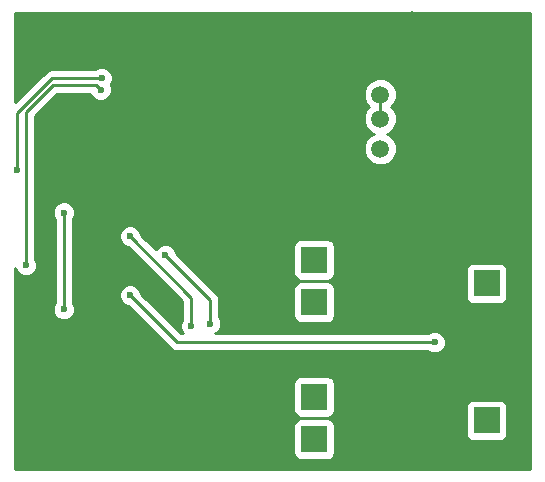
<source format=gbl>
G04 #@! TF.FileFunction,Copper,L2,Bot,Signal*
%FSLAX46Y46*%
G04 Gerber Fmt 4.6, Leading zero omitted, Abs format (unit mm)*
G04 Created by KiCad (PCBNEW (2015-06-20 BZR 5796, Git fe7bc27)-product) date 22.6.2015 5:54:44*
%MOMM*%
G01*
G04 APERTURE LIST*
%ADD10C,0.100000*%
%ADD11C,1.501140*%
%ADD12C,2.999740*%
%ADD13R,2.235200X2.235200*%
%ADD14C,0.600000*%
%ADD15C,0.250000*%
%ADD16C,0.254000*%
G04 APERTURE END LIST*
D10*
D11*
X131597880Y-65087140D03*
X131597880Y-67627140D03*
X131597880Y-69659140D03*
X131597880Y-72199140D03*
D12*
X134264880Y-62039140D03*
X134264880Y-75755140D03*
D13*
X126000000Y-81600000D03*
X126000000Y-85200000D03*
X140600000Y-83600000D03*
X126000000Y-93200000D03*
X126000000Y-96800000D03*
X140600000Y-95200000D03*
D14*
X111700000Y-91650000D03*
X118150000Y-69700000D03*
X123100000Y-69700000D03*
X100800000Y-74000000D03*
X108000000Y-66200000D03*
X101600000Y-82075000D03*
X107925000Y-67200000D03*
X136200000Y-88600000D03*
X110400000Y-84600000D03*
X115600000Y-87200000D03*
X110400000Y-79600000D03*
X117200000Y-87000000D03*
X113400000Y-81200000D03*
X104800000Y-85800000D03*
X104800000Y-77600000D03*
D15*
X113600000Y-89350000D02*
X113600000Y-89750000D01*
X113600000Y-89750000D02*
X111700000Y-91650000D01*
X123100000Y-69700000D02*
X118150000Y-69700000D01*
X100800000Y-69200000D02*
X100800000Y-74000000D01*
X103800000Y-66200000D02*
X100800000Y-69200000D01*
X108000000Y-66200000D02*
X103800000Y-66200000D01*
X101600000Y-69100000D02*
X101600000Y-82075000D01*
X103900000Y-66800000D02*
X101600000Y-69100000D01*
X107525000Y-66800000D02*
X103900000Y-66800000D01*
X107925000Y-67200000D02*
X107525000Y-66800000D01*
X131597880Y-69659140D02*
X131597880Y-67627140D01*
X114400000Y-88600000D02*
X136200000Y-88600000D01*
X110400000Y-84600000D02*
X114400000Y-88600000D01*
X115600000Y-84800000D02*
X115600000Y-87200000D01*
X110400000Y-79600000D02*
X115600000Y-84800000D01*
X117200000Y-85000000D02*
X117200000Y-87000000D01*
X113400000Y-81200000D02*
X117200000Y-85000000D01*
X104800000Y-85800000D02*
X104800000Y-77600000D01*
D16*
G36*
X144315000Y-99315000D02*
X144315000Y-99315000D01*
X100685000Y-99315000D01*
X100685000Y-95034960D01*
X124882400Y-95034960D01*
X124640277Y-95081937D01*
X124427473Y-95221727D01*
X124285023Y-95432760D01*
X124234960Y-95682400D01*
X124234960Y-97917600D01*
X124281937Y-98159723D01*
X124421727Y-98372527D01*
X124632760Y-98514977D01*
X124882400Y-98565040D01*
X127117600Y-98565040D01*
X127359723Y-98518063D01*
X127572527Y-98378273D01*
X127714977Y-98167240D01*
X127765040Y-97917600D01*
X127765040Y-95682400D01*
X127718063Y-95440277D01*
X127578273Y-95227473D01*
X127367240Y-95085023D01*
X127117600Y-95034960D01*
X124882400Y-95034960D01*
X100685000Y-95034960D01*
X100685000Y-91434960D01*
X124882400Y-91434960D01*
X124640277Y-91481937D01*
X124427473Y-91621727D01*
X124285023Y-91832760D01*
X124234960Y-92082400D01*
X124234960Y-94317600D01*
X124281937Y-94559723D01*
X124421727Y-94772527D01*
X124632760Y-94914977D01*
X124882400Y-94965040D01*
X127117600Y-94965040D01*
X127359723Y-94918063D01*
X127572527Y-94778273D01*
X127714977Y-94567240D01*
X127765040Y-94317600D01*
X127765040Y-93434960D01*
X139482400Y-93434960D01*
X139240277Y-93481937D01*
X139027473Y-93621727D01*
X138885023Y-93832760D01*
X138834960Y-94082400D01*
X138834960Y-96317600D01*
X138881937Y-96559723D01*
X139021727Y-96772527D01*
X139232760Y-96914977D01*
X139482400Y-96965040D01*
X141717600Y-96965040D01*
X141959723Y-96918063D01*
X142172527Y-96778273D01*
X142314977Y-96567240D01*
X142365040Y-96317600D01*
X142365040Y-94082400D01*
X142318063Y-93840277D01*
X142178273Y-93627473D01*
X141967240Y-93485023D01*
X141717600Y-93434960D01*
X139482400Y-93434960D01*
X127765040Y-93434960D01*
X127765040Y-92082400D01*
X127718063Y-91840277D01*
X127578273Y-91627473D01*
X127367240Y-91485023D01*
X127117600Y-91434960D01*
X124882400Y-91434960D01*
X100685000Y-91434960D01*
X100685000Y-82308963D01*
X100806883Y-82603943D01*
X101069673Y-82867192D01*
X101413201Y-83009838D01*
X101785167Y-83010162D01*
X102128943Y-82868117D01*
X102392192Y-82605327D01*
X102534838Y-82261799D01*
X102535162Y-81889833D01*
X102393117Y-81546057D01*
X102360000Y-81512882D01*
X102360000Y-76664838D01*
X104614833Y-76664838D01*
X104271057Y-76806883D01*
X104007808Y-77069673D01*
X103865162Y-77413201D01*
X103864838Y-77785167D01*
X104006883Y-78128943D01*
X104040000Y-78162118D01*
X104040000Y-85237537D01*
X104007808Y-85269673D01*
X103865162Y-85613201D01*
X103864838Y-85985167D01*
X104006883Y-86328943D01*
X104269673Y-86592192D01*
X104613201Y-86734838D01*
X104985167Y-86735162D01*
X105328943Y-86593117D01*
X105592192Y-86330327D01*
X105734838Y-85986799D01*
X105735162Y-85614833D01*
X105593117Y-85271057D01*
X105560000Y-85237882D01*
X105560000Y-78664838D01*
X110214833Y-78664838D01*
X109871057Y-78806883D01*
X109607808Y-79069673D01*
X109465162Y-79413201D01*
X109464838Y-79785167D01*
X109606883Y-80128943D01*
X109869673Y-80392192D01*
X110213201Y-80534838D01*
X110260077Y-80534879D01*
X114840000Y-85114802D01*
X114840000Y-86637537D01*
X114807808Y-86669673D01*
X114665162Y-87013201D01*
X114664838Y-87385167D01*
X114806883Y-87728943D01*
X114917746Y-87840000D01*
X114714802Y-87840000D01*
X111335122Y-84460320D01*
X111335162Y-84414833D01*
X111193117Y-84071057D01*
X110930327Y-83807808D01*
X110586799Y-83665162D01*
X110214833Y-83664838D01*
X109871057Y-83806883D01*
X109607808Y-84069673D01*
X109465162Y-84413201D01*
X109464838Y-84785167D01*
X109606883Y-85128943D01*
X109869673Y-85392192D01*
X110213201Y-85534838D01*
X110260077Y-85534879D01*
X113862599Y-89137401D01*
X114109160Y-89302148D01*
X114400000Y-89360000D01*
X135637537Y-89360000D01*
X135669673Y-89392192D01*
X136013201Y-89534838D01*
X136385167Y-89535162D01*
X136728943Y-89393117D01*
X136992192Y-89130327D01*
X137134838Y-88786799D01*
X137135162Y-88414833D01*
X136993117Y-88071057D01*
X136730327Y-87807808D01*
X136386799Y-87665162D01*
X136014833Y-87664838D01*
X135671057Y-87806883D01*
X135637882Y-87840000D01*
X117615477Y-87840000D01*
X117728943Y-87793117D01*
X117992192Y-87530327D01*
X118134838Y-87186799D01*
X118135162Y-86814833D01*
X117993117Y-86471057D01*
X117960000Y-86437882D01*
X117960000Y-85000000D01*
X117902148Y-84709161D01*
X117737401Y-84462599D01*
X116709762Y-83434960D01*
X124882400Y-83434960D01*
X124640277Y-83481937D01*
X124427473Y-83621727D01*
X124285023Y-83832760D01*
X124234960Y-84082400D01*
X124234960Y-86317600D01*
X124281937Y-86559723D01*
X124421727Y-86772527D01*
X124632760Y-86914977D01*
X124882400Y-86965040D01*
X127117600Y-86965040D01*
X127359723Y-86918063D01*
X127572527Y-86778273D01*
X127714977Y-86567240D01*
X127765040Y-86317600D01*
X127765040Y-84082400D01*
X127718063Y-83840277D01*
X127578273Y-83627473D01*
X127367240Y-83485023D01*
X127117600Y-83434960D01*
X124882400Y-83434960D01*
X116709762Y-83434960D01*
X114335122Y-81060320D01*
X114335162Y-81014833D01*
X114193117Y-80671057D01*
X113930327Y-80407808D01*
X113586799Y-80265162D01*
X113214833Y-80264838D01*
X112871057Y-80406883D01*
X112607808Y-80669673D01*
X112589226Y-80714424D01*
X111709762Y-79834960D01*
X124882400Y-79834960D01*
X124640277Y-79881937D01*
X124427473Y-80021727D01*
X124285023Y-80232760D01*
X124234960Y-80482400D01*
X124234960Y-82717600D01*
X124281937Y-82959723D01*
X124421727Y-83172527D01*
X124632760Y-83314977D01*
X124882400Y-83365040D01*
X127117600Y-83365040D01*
X127359723Y-83318063D01*
X127572527Y-83178273D01*
X127714977Y-82967240D01*
X127765040Y-82717600D01*
X127765040Y-81834960D01*
X139482400Y-81834960D01*
X139240277Y-81881937D01*
X139027473Y-82021727D01*
X138885023Y-82232760D01*
X138834960Y-82482400D01*
X138834960Y-84717600D01*
X138881937Y-84959723D01*
X139021727Y-85172527D01*
X139232760Y-85314977D01*
X139482400Y-85365040D01*
X141717600Y-85365040D01*
X141959723Y-85318063D01*
X142172527Y-85178273D01*
X142314977Y-84967240D01*
X142365040Y-84717600D01*
X142365040Y-82482400D01*
X142318063Y-82240277D01*
X142178273Y-82027473D01*
X141967240Y-81885023D01*
X141717600Y-81834960D01*
X139482400Y-81834960D01*
X127765040Y-81834960D01*
X127765040Y-80482400D01*
X127718063Y-80240277D01*
X127578273Y-80027473D01*
X127367240Y-79885023D01*
X127117600Y-79834960D01*
X124882400Y-79834960D01*
X111709762Y-79834960D01*
X111335122Y-79460320D01*
X111335162Y-79414833D01*
X111193117Y-79071057D01*
X110930327Y-78807808D01*
X110586799Y-78665162D01*
X110214833Y-78664838D01*
X105560000Y-78664838D01*
X105560000Y-78162463D01*
X105592192Y-78130327D01*
X105734838Y-77786799D01*
X105735162Y-77414833D01*
X105593117Y-77071057D01*
X105330327Y-76807808D01*
X104986799Y-76665162D01*
X104614833Y-76664838D01*
X102360000Y-76664838D01*
X102360000Y-69414802D01*
X104214802Y-67560000D01*
X107062077Y-67560000D01*
X107131883Y-67728943D01*
X107394673Y-67992192D01*
X107738201Y-68134838D01*
X108110167Y-68135162D01*
X108453943Y-67993117D01*
X108717192Y-67730327D01*
X108859838Y-67386799D01*
X108860162Y-67014833D01*
X108757087Y-66765371D01*
X108792192Y-66730327D01*
X108934838Y-66386799D01*
X108934964Y-66241330D01*
X131323482Y-66241330D01*
X130814043Y-66451826D01*
X130423936Y-66841253D01*
X130212551Y-67350324D01*
X130212070Y-67901538D01*
X130422566Y-68410977D01*
X130654387Y-68643203D01*
X130423936Y-68873253D01*
X130212551Y-69382324D01*
X130212070Y-69933538D01*
X130422566Y-70442977D01*
X130811993Y-70833084D01*
X131043261Y-70929115D01*
X130814043Y-71023826D01*
X130423936Y-71413253D01*
X130212551Y-71922324D01*
X130212070Y-72473538D01*
X130422566Y-72982977D01*
X130811993Y-73373084D01*
X131321064Y-73584469D01*
X131872278Y-73584950D01*
X132381717Y-73374454D01*
X132771824Y-72985027D01*
X132983209Y-72475956D01*
X132983690Y-71924742D01*
X132773194Y-71415303D01*
X132383767Y-71025196D01*
X132152499Y-70929165D01*
X132381717Y-70834454D01*
X132771824Y-70445027D01*
X132983209Y-69935956D01*
X132983690Y-69384742D01*
X132773194Y-68875303D01*
X132541373Y-68643077D01*
X132771824Y-68413027D01*
X132983209Y-67903956D01*
X132983690Y-67352742D01*
X132773194Y-66843303D01*
X132383767Y-66453196D01*
X131874696Y-66241811D01*
X131323482Y-66241330D01*
X108934964Y-66241330D01*
X108935162Y-66014833D01*
X108793117Y-65671057D01*
X108530327Y-65407808D01*
X108186799Y-65265162D01*
X107814833Y-65264838D01*
X107471057Y-65406883D01*
X107437882Y-65440000D01*
X103800000Y-65440000D01*
X103509161Y-65497852D01*
X103262599Y-65662599D01*
X100685000Y-68240198D01*
X100685000Y-60685000D01*
X144315000Y-60685000D01*
X144315000Y-99315000D01*
X144315000Y-99315000D01*
G37*
X144315000Y-99315000D02*
X144315000Y-99315000D01*
X100685000Y-99315000D01*
X100685000Y-95034960D01*
X124882400Y-95034960D01*
X124640277Y-95081937D01*
X124427473Y-95221727D01*
X124285023Y-95432760D01*
X124234960Y-95682400D01*
X124234960Y-97917600D01*
X124281937Y-98159723D01*
X124421727Y-98372527D01*
X124632760Y-98514977D01*
X124882400Y-98565040D01*
X127117600Y-98565040D01*
X127359723Y-98518063D01*
X127572527Y-98378273D01*
X127714977Y-98167240D01*
X127765040Y-97917600D01*
X127765040Y-95682400D01*
X127718063Y-95440277D01*
X127578273Y-95227473D01*
X127367240Y-95085023D01*
X127117600Y-95034960D01*
X124882400Y-95034960D01*
X100685000Y-95034960D01*
X100685000Y-91434960D01*
X124882400Y-91434960D01*
X124640277Y-91481937D01*
X124427473Y-91621727D01*
X124285023Y-91832760D01*
X124234960Y-92082400D01*
X124234960Y-94317600D01*
X124281937Y-94559723D01*
X124421727Y-94772527D01*
X124632760Y-94914977D01*
X124882400Y-94965040D01*
X127117600Y-94965040D01*
X127359723Y-94918063D01*
X127572527Y-94778273D01*
X127714977Y-94567240D01*
X127765040Y-94317600D01*
X127765040Y-93434960D01*
X139482400Y-93434960D01*
X139240277Y-93481937D01*
X139027473Y-93621727D01*
X138885023Y-93832760D01*
X138834960Y-94082400D01*
X138834960Y-96317600D01*
X138881937Y-96559723D01*
X139021727Y-96772527D01*
X139232760Y-96914977D01*
X139482400Y-96965040D01*
X141717600Y-96965040D01*
X141959723Y-96918063D01*
X142172527Y-96778273D01*
X142314977Y-96567240D01*
X142365040Y-96317600D01*
X142365040Y-94082400D01*
X142318063Y-93840277D01*
X142178273Y-93627473D01*
X141967240Y-93485023D01*
X141717600Y-93434960D01*
X139482400Y-93434960D01*
X127765040Y-93434960D01*
X127765040Y-92082400D01*
X127718063Y-91840277D01*
X127578273Y-91627473D01*
X127367240Y-91485023D01*
X127117600Y-91434960D01*
X124882400Y-91434960D01*
X100685000Y-91434960D01*
X100685000Y-82308963D01*
X100806883Y-82603943D01*
X101069673Y-82867192D01*
X101413201Y-83009838D01*
X101785167Y-83010162D01*
X102128943Y-82868117D01*
X102392192Y-82605327D01*
X102534838Y-82261799D01*
X102535162Y-81889833D01*
X102393117Y-81546057D01*
X102360000Y-81512882D01*
X102360000Y-76664838D01*
X104614833Y-76664838D01*
X104271057Y-76806883D01*
X104007808Y-77069673D01*
X103865162Y-77413201D01*
X103864838Y-77785167D01*
X104006883Y-78128943D01*
X104040000Y-78162118D01*
X104040000Y-85237537D01*
X104007808Y-85269673D01*
X103865162Y-85613201D01*
X103864838Y-85985167D01*
X104006883Y-86328943D01*
X104269673Y-86592192D01*
X104613201Y-86734838D01*
X104985167Y-86735162D01*
X105328943Y-86593117D01*
X105592192Y-86330327D01*
X105734838Y-85986799D01*
X105735162Y-85614833D01*
X105593117Y-85271057D01*
X105560000Y-85237882D01*
X105560000Y-78664838D01*
X110214833Y-78664838D01*
X109871057Y-78806883D01*
X109607808Y-79069673D01*
X109465162Y-79413201D01*
X109464838Y-79785167D01*
X109606883Y-80128943D01*
X109869673Y-80392192D01*
X110213201Y-80534838D01*
X110260077Y-80534879D01*
X114840000Y-85114802D01*
X114840000Y-86637537D01*
X114807808Y-86669673D01*
X114665162Y-87013201D01*
X114664838Y-87385167D01*
X114806883Y-87728943D01*
X114917746Y-87840000D01*
X114714802Y-87840000D01*
X111335122Y-84460320D01*
X111335162Y-84414833D01*
X111193117Y-84071057D01*
X110930327Y-83807808D01*
X110586799Y-83665162D01*
X110214833Y-83664838D01*
X109871057Y-83806883D01*
X109607808Y-84069673D01*
X109465162Y-84413201D01*
X109464838Y-84785167D01*
X109606883Y-85128943D01*
X109869673Y-85392192D01*
X110213201Y-85534838D01*
X110260077Y-85534879D01*
X113862599Y-89137401D01*
X114109160Y-89302148D01*
X114400000Y-89360000D01*
X135637537Y-89360000D01*
X135669673Y-89392192D01*
X136013201Y-89534838D01*
X136385167Y-89535162D01*
X136728943Y-89393117D01*
X136992192Y-89130327D01*
X137134838Y-88786799D01*
X137135162Y-88414833D01*
X136993117Y-88071057D01*
X136730327Y-87807808D01*
X136386799Y-87665162D01*
X136014833Y-87664838D01*
X135671057Y-87806883D01*
X135637882Y-87840000D01*
X117615477Y-87840000D01*
X117728943Y-87793117D01*
X117992192Y-87530327D01*
X118134838Y-87186799D01*
X118135162Y-86814833D01*
X117993117Y-86471057D01*
X117960000Y-86437882D01*
X117960000Y-85000000D01*
X117902148Y-84709161D01*
X117737401Y-84462599D01*
X116709762Y-83434960D01*
X124882400Y-83434960D01*
X124640277Y-83481937D01*
X124427473Y-83621727D01*
X124285023Y-83832760D01*
X124234960Y-84082400D01*
X124234960Y-86317600D01*
X124281937Y-86559723D01*
X124421727Y-86772527D01*
X124632760Y-86914977D01*
X124882400Y-86965040D01*
X127117600Y-86965040D01*
X127359723Y-86918063D01*
X127572527Y-86778273D01*
X127714977Y-86567240D01*
X127765040Y-86317600D01*
X127765040Y-84082400D01*
X127718063Y-83840277D01*
X127578273Y-83627473D01*
X127367240Y-83485023D01*
X127117600Y-83434960D01*
X124882400Y-83434960D01*
X116709762Y-83434960D01*
X114335122Y-81060320D01*
X114335162Y-81014833D01*
X114193117Y-80671057D01*
X113930327Y-80407808D01*
X113586799Y-80265162D01*
X113214833Y-80264838D01*
X112871057Y-80406883D01*
X112607808Y-80669673D01*
X112589226Y-80714424D01*
X111709762Y-79834960D01*
X124882400Y-79834960D01*
X124640277Y-79881937D01*
X124427473Y-80021727D01*
X124285023Y-80232760D01*
X124234960Y-80482400D01*
X124234960Y-82717600D01*
X124281937Y-82959723D01*
X124421727Y-83172527D01*
X124632760Y-83314977D01*
X124882400Y-83365040D01*
X127117600Y-83365040D01*
X127359723Y-83318063D01*
X127572527Y-83178273D01*
X127714977Y-82967240D01*
X127765040Y-82717600D01*
X127765040Y-81834960D01*
X139482400Y-81834960D01*
X139240277Y-81881937D01*
X139027473Y-82021727D01*
X138885023Y-82232760D01*
X138834960Y-82482400D01*
X138834960Y-84717600D01*
X138881937Y-84959723D01*
X139021727Y-85172527D01*
X139232760Y-85314977D01*
X139482400Y-85365040D01*
X141717600Y-85365040D01*
X141959723Y-85318063D01*
X142172527Y-85178273D01*
X142314977Y-84967240D01*
X142365040Y-84717600D01*
X142365040Y-82482400D01*
X142318063Y-82240277D01*
X142178273Y-82027473D01*
X141967240Y-81885023D01*
X141717600Y-81834960D01*
X139482400Y-81834960D01*
X127765040Y-81834960D01*
X127765040Y-80482400D01*
X127718063Y-80240277D01*
X127578273Y-80027473D01*
X127367240Y-79885023D01*
X127117600Y-79834960D01*
X124882400Y-79834960D01*
X111709762Y-79834960D01*
X111335122Y-79460320D01*
X111335162Y-79414833D01*
X111193117Y-79071057D01*
X110930327Y-78807808D01*
X110586799Y-78665162D01*
X110214833Y-78664838D01*
X105560000Y-78664838D01*
X105560000Y-78162463D01*
X105592192Y-78130327D01*
X105734838Y-77786799D01*
X105735162Y-77414833D01*
X105593117Y-77071057D01*
X105330327Y-76807808D01*
X104986799Y-76665162D01*
X104614833Y-76664838D01*
X102360000Y-76664838D01*
X102360000Y-69414802D01*
X104214802Y-67560000D01*
X107062077Y-67560000D01*
X107131883Y-67728943D01*
X107394673Y-67992192D01*
X107738201Y-68134838D01*
X108110167Y-68135162D01*
X108453943Y-67993117D01*
X108717192Y-67730327D01*
X108859838Y-67386799D01*
X108860162Y-67014833D01*
X108757087Y-66765371D01*
X108792192Y-66730327D01*
X108934838Y-66386799D01*
X108934964Y-66241330D01*
X131323482Y-66241330D01*
X130814043Y-66451826D01*
X130423936Y-66841253D01*
X130212551Y-67350324D01*
X130212070Y-67901538D01*
X130422566Y-68410977D01*
X130654387Y-68643203D01*
X130423936Y-68873253D01*
X130212551Y-69382324D01*
X130212070Y-69933538D01*
X130422566Y-70442977D01*
X130811993Y-70833084D01*
X131043261Y-70929115D01*
X130814043Y-71023826D01*
X130423936Y-71413253D01*
X130212551Y-71922324D01*
X130212070Y-72473538D01*
X130422566Y-72982977D01*
X130811993Y-73373084D01*
X131321064Y-73584469D01*
X131872278Y-73584950D01*
X132381717Y-73374454D01*
X132771824Y-72985027D01*
X132983209Y-72475956D01*
X132983690Y-71924742D01*
X132773194Y-71415303D01*
X132383767Y-71025196D01*
X132152499Y-70929165D01*
X132381717Y-70834454D01*
X132771824Y-70445027D01*
X132983209Y-69935956D01*
X132983690Y-69384742D01*
X132773194Y-68875303D01*
X132541373Y-68643077D01*
X132771824Y-68413027D01*
X132983209Y-67903956D01*
X132983690Y-67352742D01*
X132773194Y-66843303D01*
X132383767Y-66453196D01*
X131874696Y-66241811D01*
X131323482Y-66241330D01*
X108934964Y-66241330D01*
X108935162Y-66014833D01*
X108793117Y-65671057D01*
X108530327Y-65407808D01*
X108186799Y-65265162D01*
X107814833Y-65264838D01*
X107471057Y-65406883D01*
X107437882Y-65440000D01*
X103800000Y-65440000D01*
X103509161Y-65497852D01*
X103262599Y-65662599D01*
X100685000Y-68240198D01*
X100685000Y-60685000D01*
X144315000Y-60685000D01*
X144315000Y-99315000D01*
M02*

</source>
